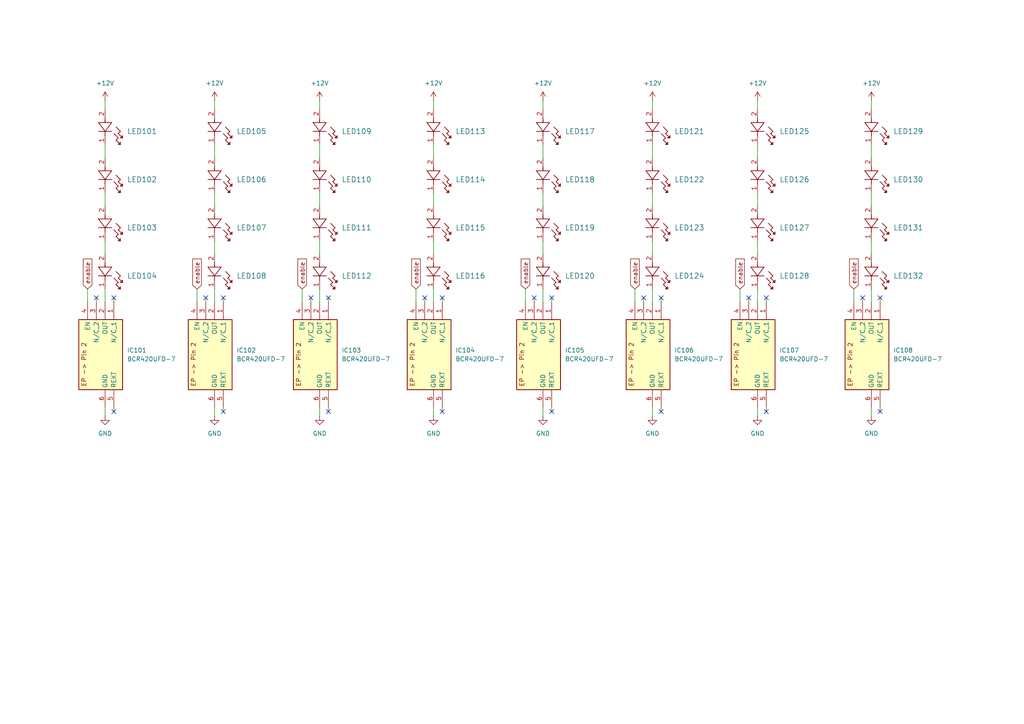
<source format=kicad_sch>
(kicad_sch (version 20250114) (generator "eeschema") (generator_version "9.0")
  (paper "A4")
  (lib_symbols
    (symbol "Projekt:KW_DELPS2.RA-TIVH-FK0PM0-Z555" (pin_names (offset 0.254))
      (property "Reference" "LED" (at 5.08 -4.445 0))
      (property "Value" "KW DELPS2.RA-TIVH-FK0PM0-Z555" (at 5.08 -7.62 0))
      (symbol "KW_DELPS2.RA-TIVH-FK0PM0-Z555_1_1"
        (polyline (pts (xy 2.54 0) (xy 3.4798 0)) (stroke (width 0.2032)))
        (polyline (pts (xy 3.175 0) (xy 3.81 0)) (stroke (width 0.2032)))
        (polyline (pts (xy 3.81 1.905) (xy 3.81 -1.905)) (stroke (width 0.2032)))
        (polyline (pts (xy 3.81 -1.905) (xy 6.35 0)) (stroke (width 0.2032)))
        (polyline (pts (xy 5.08 3.175) (xy 6.35 4.445)) (stroke (width 0.2032)))
        (polyline (pts (xy 6.35 4.445) (xy 6.985 3.81)) (stroke (width 0.2032)))
        (polyline (pts (xy 6.35 0) (xy 3.81 1.905)) (stroke (width 0.2032)))
        (polyline (pts (xy 6.35 0) (xy 7.62 0)) (stroke (width 0.2032)))
        (polyline (pts (xy 6.35 -1.905) (xy 6.35 1.905)) (stroke (width 0.2032)))
        (polyline (pts (xy 6.985 3.81) (xy 8.255 5.08)) (stroke (width 0.2032)))
        (polyline (pts (xy 6.985 2.54) (xy 8.255 3.81)) (stroke (width 0.2032)))
        (polyline (pts (xy 7.62 5.08) (xy 8.255 4.445)) (stroke (width 0.2032)))
        (polyline (pts (xy 8.255 5.08) (xy 7.62 5.08)) (stroke (width 0.2032)))
        (polyline (pts (xy 8.255 4.445) (xy 8.255 5.08)) (stroke (width 0.2032)))
        (polyline (pts (xy 8.255 3.81) (xy 8.89 3.175)) (stroke (width 0.2032)))
        (polyline (pts (xy 8.89 3.175) (xy 10.16 4.445)) (stroke (width 0.2032)))
        (polyline (pts (xy 9.525 4.445) (xy 10.16 3.81)) (stroke (width 0.2032)))
        (polyline (pts (xy 10.16 4.445) (xy 9.525 4.445)) (stroke (width 0.2032)))
        (polyline (pts (xy 10.16 3.81) (xy 10.16 4.445)) (stroke (width 0.2032)))
        (pin unspecified line (at 0 0 0) (length 2.54) (name "") (number "2"))
        (pin unspecified line (at 10.16 0 180) (length 2.54) (name "") (number "1"))
      )
      (symbol "KW_DELPS2.RA-TIVH-FK0PM0-Z555_1_2"
        (polyline (pts (xy -5.08 8.255) (xy -5.08 7.62)) (stroke (width 0.2032)))
        (polyline (pts (xy -5.08 7.62) (xy -4.445 8.255)) (stroke (width 0.2032)))
        (polyline (pts (xy -4.445 10.16) (xy -4.445 9.525)) (stroke (width 0.2032)))
        (polyline (pts (xy -4.445 9.525) (xy -3.81 10.16)) (stroke (width 0.2032)))
        (polyline (pts (xy -4.445 8.255) (xy -5.08 8.255)) (stroke (width 0.2032)))
        (polyline (pts (xy -4.445 6.35) (xy -3.81 6.985)) (stroke (width 0.2032)))
        (polyline (pts (xy -3.81 10.16) (xy -4.445 10.16)) (stroke (width 0.2032)))
        (polyline (pts (xy -3.81 8.255) (xy -3.175 8.89)) (stroke (width 0.2032)))
        (polyline (pts (xy -3.81 6.985) (xy -5.08 8.255)) (stroke (width 0.2032)))
        (polyline (pts (xy -3.175 8.89) (xy -4.445 10.16)) (stroke (width 0.2032)))
        (polyline (pts (xy -3.175 5.08) (xy -4.445 6.35)) (stroke (width 0.2032)))
        (polyline (pts (xy -2.54 6.985) (xy -3.81 8.255)) (stroke (width 0.2032)))
        (polyline (pts (xy -1.905 3.81) (xy 1.905 3.81)) (stroke (width 0.2032)))
        (polyline (pts (xy 0 6.35) (xy -1.905 3.81)) (stroke (width 0.2032)))
        (polyline (pts (xy 0 6.35) (xy 0 7.62)) (stroke (width 0.2032)))
        (polyline (pts (xy 0 3.175) (xy 0 3.81)) (stroke (width 0.2032)))
        (polyline (pts (xy 0 2.54) (xy 0 3.4798)) (stroke (width 0.2032)))
        (polyline (pts (xy 1.905 6.35) (xy -1.905 6.35)) (stroke (width 0.2032)))
        (polyline (pts (xy 1.905 3.81) (xy 0 6.35)) (stroke (width 0.2032)))
        (pin unspecified line (at 0 10.16 270) (length 2.54) (name "") (number "1"))
        (pin unspecified line (at 0 0 90) (length 2.54) (name "") (number "2"))
      )
    )
    (symbol "Treiber:BCR420UFD-7"
      (property "Reference" "IC" (at 26.67 7.62 0))
      (property "Value" "BCR420UFD-7" (at 26.67 5.08 0))
      (symbol "BCR420UFD-7_1_1"
        (rectangle (start 5.08 2.54) (end 25.4 -10.16) (stroke (width 0.254)) (fill (type background)))
        (text "EP -> Pin 2" (at 18.034 -8.636 0) (effects (font (size 1.27 1.27))))
        (pin passive line (at 0 0 0) (length 5.08) (name "N/C_1") (number "1"))
        (pin passive line (at 0 -2.54 0) (length 5.08) (name "OUT") (number "2"))
        (pin passive line (at 0 -5.08 0) (length 5.08) (name "N/C_2") (number "3"))
        (pin passive line (at 0 -7.62 0) (length 5.08) (name "EN") (number "4"))
        (pin passive line (at 30.48 0 180) (length 5.08) (name "REXT") (number "5"))
        (pin passive line (at 30.48 -2.54 180) (length 5.08) (name "GND") (number "6"))
      )
    )
    (symbol "power:+12V" (power) (pin_numbers (hide yes)) (pin_names (offset 0) (hide yes))
      (property "Value" "+12V" (at 0 3.556 0))
      (symbol "+12V_0_1"
        (polyline (pts (xy -0.762 1.27) (xy 0 2.54)))
        (polyline (pts (xy 0 2.54) (xy 0.762 1.27)))
        (polyline (pts (xy 0 0) (xy 0 2.54)))
      )
      (symbol "+12V_1_1"
        (pin power_in line (at 0 0 90) (length 0) (name "~") (number "1"))
      )
    )
    (symbol "power:GND" (power) (pin_numbers (hide yes)) (pin_names (offset 0) (hide yes))
      (property "Value" "GND" (at 0 -3.81 0))
      (symbol "GND_0_1"
        (polyline (pts (xy 0 0) (xy 0 -1.27) (xy 1.27 -1.27) (xy 0 -2.54) (xy -1.27 -1.27) (xy 0 -1.27)))
      )
      (symbol "GND_1_1"
        (pin power_in line (at 0 0 270) (length 0) (name "~") (number "1"))
      )
    )
  )
  (no_connect (at 154.94 86.36))
  (no_connect (at 255.27 119.38))
  (no_connect (at 160.02 86.36))
  (no_connect (at 27.94 86.36))
  (no_connect (at 191.77 86.36))
  (no_connect (at 64.77 119.38))
  (no_connect (at 64.77 86.36))
  (no_connect (at 191.77 119.38))
  (no_connect (at 160.02 119.38))
  (no_connect (at 33.02 119.38))
  (no_connect (at 186.69 86.36))
  (no_connect (at 222.25 119.38))
  (no_connect (at 90.17 86.36))
  (no_connect (at 123.19 86.36))
  (no_connect (at 250.19 86.36))
  (no_connect (at 217.17 86.36))
  (no_connect (at 128.27 86.36))
  (no_connect (at 95.25 86.36))
  (no_connect (at 95.25 119.38))
  (no_connect (at 33.02 86.36))
  (no_connect (at 59.69 86.36))
  (no_connect (at 128.27 119.38))
  (no_connect (at 222.25 86.36))
  (no_connect (at 255.27 86.36))
  (wire (pts (xy 219.71 55.88) (xy 219.71 59.69)))
  (wire (pts (xy 189.23 120.65) (xy 189.23 118.11)))
  (wire (pts (xy 30.48 87.63) (xy 30.48 83.82)))
  (wire (pts (xy 33.02 86.36) (xy 33.02 87.63)))
  (wire (pts (xy 255.27 86.36) (xy 255.27 87.63)))
  (wire (pts (xy 62.23 41.91) (xy 62.23 45.72)))
  (wire (pts (xy 252.73 120.65) (xy 252.73 118.11)))
  (wire (pts (xy 252.73 69.85) (xy 252.73 73.66)))
  (wire (pts (xy 62.23 120.65) (xy 62.23 118.11)))
  (wire (pts (xy 92.71 29.21) (xy 92.71 31.75)))
  (wire (pts (xy 30.48 69.85) (xy 30.48 73.66)))
  (wire (pts (xy 186.69 86.36) (xy 186.69 87.63)))
  (wire (pts (xy 217.17 86.36) (xy 217.17 87.63)))
  (wire (pts (xy 152.4 83.82) (xy 152.4 87.63)))
  (wire (pts (xy 62.23 87.63) (xy 62.23 83.82)))
  (wire (pts (xy 157.48 55.88) (xy 157.48 59.69)))
  (wire (pts (xy 123.19 86.36) (xy 123.19 87.63)))
  (wire (pts (xy 30.48 55.88) (xy 30.48 59.69)))
  (wire (pts (xy 191.77 86.36) (xy 191.77 87.63)))
  (wire (pts (xy 219.71 29.21) (xy 219.71 31.75)))
  (wire (pts (xy 33.02 119.38) (xy 33.02 118.11)))
  (wire (pts (xy 64.77 86.36) (xy 64.77 87.63)))
  (wire (pts (xy 250.19 86.36) (xy 250.19 87.63)))
  (wire (pts (xy 128.27 86.36) (xy 128.27 87.63)))
  (wire (pts (xy 255.27 119.38) (xy 255.27 118.11)))
  (wire (pts (xy 87.63 83.82) (xy 87.63 87.63)))
  (wire (pts (xy 92.71 87.63) (xy 92.71 83.82)))
  (wire (pts (xy 125.73 120.65) (xy 125.73 118.11)))
  (wire (pts (xy 95.25 119.38) (xy 95.25 118.11)))
  (wire (pts (xy 214.63 83.82) (xy 214.63 87.63)))
  (wire (pts (xy 90.17 86.36) (xy 90.17 87.63)))
  (wire (pts (xy 184.15 83.82) (xy 184.15 87.63)))
  (wire (pts (xy 157.48 120.65) (xy 157.48 118.11)))
  (wire (pts (xy 95.25 86.36) (xy 95.25 87.63)))
  (wire (pts (xy 219.71 120.65) (xy 219.71 118.11)))
  (wire (pts (xy 57.15 83.82) (xy 57.15 87.63)))
  (wire (pts (xy 219.71 41.91) (xy 219.71 45.72)))
  (wire (pts (xy 157.48 41.91) (xy 157.48 45.72)))
  (wire (pts (xy 125.73 29.21) (xy 125.73 31.75)))
  (wire (pts (xy 128.27 119.38) (xy 128.27 118.11)))
  (wire (pts (xy 125.73 55.88) (xy 125.73 59.69)))
  (wire (pts (xy 64.77 119.38) (xy 64.77 118.11)))
  (wire (pts (xy 189.23 41.91) (xy 189.23 45.72)))
  (wire (pts (xy 252.73 87.63) (xy 252.73 83.82)))
  (wire (pts (xy 247.65 83.82) (xy 247.65 87.63)))
  (wire (pts (xy 154.94 86.36) (xy 154.94 87.63)))
  (wire (pts (xy 59.69 86.36) (xy 59.69 87.63)))
  (wire (pts (xy 160.02 86.36) (xy 160.02 87.63)))
  (wire (pts (xy 252.73 55.88) (xy 252.73 59.69)))
  (wire (pts (xy 189.23 69.85) (xy 189.23 73.66)))
  (wire (pts (xy 125.73 87.63) (xy 125.73 83.82)))
  (wire (pts (xy 125.73 41.91) (xy 125.73 45.72)))
  (wire (pts (xy 30.48 41.91) (xy 30.48 45.72)))
  (wire (pts (xy 125.73 69.85) (xy 125.73 73.66)))
  (wire (pts (xy 62.23 29.21) (xy 62.23 31.75)))
  (wire (pts (xy 92.71 41.91) (xy 92.71 45.72)))
  (wire (pts (xy 189.23 55.88) (xy 189.23 59.69)))
  (wire (pts (xy 252.73 29.21) (xy 252.73 31.75)))
  (wire (pts (xy 62.23 69.85) (xy 62.23 73.66)))
  (wire (pts (xy 189.23 29.21) (xy 189.23 31.75)))
  (wire (pts (xy 25.4 83.82) (xy 25.4 87.63)))
  (wire (pts (xy 219.71 69.85) (xy 219.71 73.66)))
  (wire (pts (xy 157.48 87.63) (xy 157.48 83.82)))
  (wire (pts (xy 92.71 55.88) (xy 92.71 59.69)))
  (wire (pts (xy 92.71 69.85) (xy 92.71 73.66)))
  (wire (pts (xy 62.23 55.88) (xy 62.23 59.69)))
  (wire (pts (xy 252.73 41.91) (xy 252.73 45.72)))
  (wire (pts (xy 160.02 119.38) (xy 160.02 118.11)))
  (wire (pts (xy 92.71 120.65) (xy 92.71 118.11)))
  (wire (pts (xy 222.25 86.36) (xy 222.25 87.63)))
  (wire (pts (xy 30.48 120.65) (xy 30.48 118.11)))
  (wire (pts (xy 27.94 86.36) (xy 27.94 87.63)))
  (wire (pts (xy 189.23 87.63) (xy 189.23 83.82)))
  (wire (pts (xy 30.48 29.21) (xy 30.48 31.75)))
  (wire (pts (xy 120.65 83.82) (xy 120.65 87.63)))
  (wire (pts (xy 157.48 29.21) (xy 157.48 31.75)))
  (wire (pts (xy 219.71 87.63) (xy 219.71 83.82)))
  (wire (pts (xy 222.25 119.38) (xy 222.25 118.11)))
  (wire (pts (xy 157.48 69.85) (xy 157.48 73.66)))
  (wire (pts (xy 191.77 119.38) (xy 191.77 118.11)))
  (global_label "enable" (shape input) (at 184.15 83.82 90) (property "Intersheetrefs" "${INTERSHEET_REFS}" (effects (hide yes))))
  (global_label "enable" (shape input) (at 87.63 83.82 90) (property "Intersheetrefs" "${INTERSHEET_REFS}" (effects (hide yes))))
  (global_label "enable" (shape input) (at 247.65 83.82 90) (property "Intersheetrefs" "${INTERSHEET_REFS}" (effects (hide yes))))
  (global_label "enable" (shape input) (at 214.63 83.82 90) (property "Intersheetrefs" "${INTERSHEET_REFS}" (effects (hide yes))))
  (global_label "enable" (shape input) (at 120.65 83.82 90) (property "Intersheetrefs" "${INTERSHEET_REFS}" (effects (hide yes))))
  (global_label "enable" (shape input) (at 152.4 83.82 90) (property "Intersheetrefs" "${INTERSHEET_REFS}" (effects (hide yes))))
  (global_label "enable" (shape input) (at 25.4 83.82 90) (property "Intersheetrefs" "${INTERSHEET_REFS}" (effects (hide yes))))
  (global_label "enable" (shape input) (at 57.15 83.82 90) (property "Intersheetrefs" "${INTERSHEET_REFS}" (effects (hide yes))))
  (symbol (lib_id "Projekt:KW_DELPS2.RA-TIVH-FK0PM0-Z555") (at 252.73 59.69 270) (unit 1)
    (property "Reference" "LED131" (at 259.08 66.0399 90) (effects (font (size 1.524 1.524)) (justify left)))
    (property "Value" "KW DELPS2.RA-TIVH-FK0PM0-Z555" (effects (hide yes)))
    (property "Footprint" "LED_KW DELPS2.RA_OSR" (effects (hide yes)))
    (property "Datasheet" "KW DELPS2.RA-TIVH-FK0PM0-Z555" (effects (hide yes)))
    (property "Sim.Library" "Lib\\KW_DELPS2.RA.lib" (effects (hide yes)))
    (property "Sim.Name" "KW_DELPS2.RA_x25y27_typ" (effects (hide yes)))
    (property "Sim.Device" "D" (effects (hide yes)))
    (property "Sim.Pins" "1=A 2=K" (effects (hide yes)))
  )
  (symbol (lib_id "power:+12V") (at 252.73 29.21 0) (unit 1)
    (property "Reference" "#PWR0123" (effects (hide yes)))
    (property "Value" "+12V" (at 252.73 24.13 0))
    (property "Description" "Power symbol creates a global label with name \"+12V\"" (effects (hide yes)))
  )
  (symbol (lib_id "Treiber:BCR420UFD-7") (at 33.02 87.63 270) (unit 1)
    (property "Reference" "IC101" (at 36.83 101.5999 90) (effects (justify left)))
    (property "Value" "BCR420UFD-7" (at 36.83 104.1399 90) (effects (justify left)))
    (property "Footprint" "AP2301SN7" (effects (hide yes)))
    (property "Datasheet" "https://www.diodes.com//assets/Datasheets/BCR420UFD-BCR421UFD2.pdf" (effects (hide yes)))
    (property "Description" "Linear LED Driver 200mA 40V U-DFN2020-6" (effects (hide yes)))
    (property "Height" "0.63" (effects (hide yes)))
    (property "Mouser Part Number" "621-BCR420UFD-7" (effects (hide yes)))
    (property "Mouser Price/Stock" "https://www.mouser.co.uk/ProductDetail/Diodes-Incorporated/BCR420UFD-7?qs=5666Nh5RPmYf%2Flo2mZKyZA%3D%3D" (effects (hide yes)))
    (property "Manufacturer_Name" "Diodes Incorporated" (effects (hide yes)))
    (property "Manufacturer_Part_Number" "BCR420UFD-7" (effects (hide yes)))
    (property "Sim.Library" "Lib\\BCR420UFD.lib" (effects (hide yes)))
    (property "Sim.Name" "BCR420UFD" (effects (hide yes)))
    (property "Sim.Device" "SUBCKT" (effects (hide yes)))
    (property "Sim.Pins" "1=1 2=2 3=3 4=4 5=5 6=6" (effects (hide yes)))
  )
  (symbol (lib_id "power:+12V") (at 219.71 29.21 0) (unit 1)
    (property "Reference" "#PWR0120" (effects (hide yes)))
    (property "Value" "+12V" (at 219.71 24.13 0))
    (property "Description" "Power symbol creates a global label with name \"+12V\"" (effects (hide yes)))
  )
  (symbol (lib_id "Projekt:KW_DELPS2.RA-TIVH-FK0PM0-Z555") (at 92.71 59.69 270) (unit 1)
    (property "Reference" "LED111" (at 99.06 66.0399 90) (effects (font (size 1.524 1.524)) (justify left)))
    (property "Value" "${SIM.PARAMS}" (effects (hide yes)))
    (property "Footprint" "LED_KW DELPS2.RA_OSR" (effects (hide yes)))
    (property "Datasheet" "KW DELPS2.RA-TIVH-FK0PM0-Z555" (effects (hide yes)))
    (property "Sim.Device" "D" (effects (hide yes)))
    (property "Sim.Pins" "1=A 2=K" (effects (hide yes)))
    (property "Sim.Library" "Lib\\KW_DELPS2.RA.lib" (effects (hide yes)))
    (property "Sim.Name" "KW_DELPS2.RA_x25y27_typ" (effects (hide yes)))
  )
  (symbol (lib_id "Projekt:KW_DELPS2.RA-TIVH-FK0PM0-Z555") (at 30.48 73.66 270) (unit 1)
    (property "Reference" "LED104" (at 36.83 80.0099 90) (effects (font (size 1.524 1.524)) (justify left)))
    (property "Value" "${SIM.PARAMS}" (effects (hide yes)))
    (property "Footprint" "LED_KW DELPS2.RA_OSR" (effects (hide yes)))
    (property "Datasheet" "KW DELPS2.RA-TIVH-FK0PM0-Z555" (effects (hide yes)))
    (property "Sim.Device" "D" (effects (hide yes)))
    (property "Sim.Pins" "1=A 2=K" (effects (hide yes)))
    (property "Sim.Library" "Lib\\KW_DELPS2.RA.lib" (effects (hide yes)))
    (property "Sim.Name" "KW_DELPS2.RA_x25y27_typ" (effects (hide yes)))
  )
  (symbol (lib_id "Treiber:BCR420UFD-7") (at 222.25 87.63 270) (unit 1)
    (property "Reference" "IC107" (at 226.06 101.5999 90) (effects (justify left)))
    (property "Value" "BCR420UFD-7" (at 226.06 104.1399 90) (effects (justify left)))
    (property "Footprint" "AP2301SN7" (effects (hide yes)))
    (property "Datasheet" "https://www.diodes.com//assets/Datasheets/BCR420UFD-BCR421UFD2.pdf" (effects (hide yes)))
    (property "Description" "Linear LED Driver 200mA 40V U-DFN2020-6" (effects (hide yes)))
    (property "Height" "0.63" (effects (hide yes)))
    (property "Mouser Part Number" "621-BCR420UFD-7" (effects (hide yes)))
    (property "Mouser Price/Stock" "https://www.mouser.co.uk/ProductDetail/Diodes-Incorporated/BCR420UFD-7?qs=5666Nh5RPmYf%2Flo2mZKyZA%3D%3D" (effects (hide yes)))
    (property "Manufacturer_Name" "Diodes Incorporated" (effects (hide yes)))
    (property "Manufacturer_Part_Number" "BCR420UFD-7" (effects (hide yes)))
    (property "Sim.Library" "Lib\\BCR420UFD.lib" (effects (hide yes)))
    (property "Sim.Name" "BCR420UFD" (effects (hide yes)))
    (property "Sim.Device" "SUBCKT" (effects (hide yes)))
    (property "Sim.Pins" "1=1 2=2 3=3 4=4 5=5 6=6" (effects (hide yes)))
  )
  (symbol (lib_id "Projekt:KW_DELPS2.RA-TIVH-FK0PM0-Z555") (at 157.48 45.72 270) (unit 1)
    (property "Reference" "LED118" (at 163.83 52.0699 90) (effects (font (size 1.524 1.524)) (justify left)))
    (property "Value" "KW DELPS2.RA-TIVH-FK0PM0-Z555" (effects (hide yes)))
    (property "Footprint" "LED_KW DELPS2.RA_OSR" (effects (hide yes)))
    (property "Datasheet" "KW DELPS2.RA-TIVH-FK0PM0-Z555" (effects (hide yes)))
    (property "Sim.Library" "Lib\\KW_DELPS2.RA.lib" (effects (hide yes)))
    (property "Sim.Name" "KW_DELPS2.RA_x25y27_typ" (effects (hide yes)))
    (property "Sim.Device" "D" (effects (hide yes)))
    (property "Sim.Pins" "1=A 2=K" (effects (hide yes)))
  )
  (symbol (lib_id "Projekt:KW_DELPS2.RA-TIVH-FK0PM0-Z555") (at 252.73 45.72 270) (unit 1)
    (property "Reference" "LED130" (at 259.08 52.0699 90) (effects (font (size 1.524 1.524)) (justify left)))
    (property "Value" "KW DELPS2.RA-TIVH-FK0PM0-Z555" (effects (hide yes)))
    (property "Footprint" "LED_KW DELPS2.RA_OSR" (effects (hide yes)))
    (property "Datasheet" "KW DELPS2.RA-TIVH-FK0PM0-Z555" (effects (hide yes)))
    (property "Sim.Library" "Lib\\KW_DELPS2.RA.lib" (effects (hide yes)))
    (property "Sim.Name" "KW_DELPS2.RA_x25y27_typ" (effects (hide yes)))
    (property "Sim.Device" "D" (effects (hide yes)))
    (property "Sim.Pins" "1=A 2=K" (effects (hide yes)))
  )
  (symbol (lib_id "Projekt:KW_DELPS2.RA-TIVH-FK0PM0-Z555") (at 252.73 31.75 270) (unit 1)
    (property "Reference" "LED129" (at 259.08 38.0999 90) (effects (font (size 1.524 1.524)) (justify left)))
    (property "Value" "KW DELPS2.RA-TIVH-FK0PM0-Z555" (effects (hide yes)))
    (property "Footprint" "LED_KW DELPS2.RA_OSR" (effects (hide yes)))
    (property "Datasheet" "KW DELPS2.RA-TIVH-FK0PM0-Z555" (effects (hide yes)))
    (property "Sim.Library" "Lib\\KW_DELPS2.RA.lib" (effects (hide yes)))
    (property "Sim.Name" "KW_DELPS2.RA_x25y27_typ" (effects (hide yes)))
    (property "Sim.Device" "D" (effects (hide yes)))
    (property "Sim.Pins" "1=A 2=K" (effects (hide yes)))
  )
  (symbol (lib_id "power:GND") (at 219.71 120.65 0) (unit 1)
    (property "Reference" "#PWR0121" (effects (hide yes)))
    (property "Value" "GND" (at 219.71 125.73 0))
    (property "Description" "Power symbol creates a global label with name \"GND\" , ground" (effects (hide yes)))
  )
  (symbol (lib_id "Treiber:BCR420UFD-7") (at 95.25 87.63 270) (unit 1)
    (property "Reference" "IC103" (at 99.06 101.5999 90) (effects (justify left)))
    (property "Value" "BCR420UFD-7" (at 99.06 104.1399 90) (effects (justify left)))
    (property "Footprint" "AP2301SN7" (effects (hide yes)))
    (property "Datasheet" "https://www.diodes.com//assets/Datasheets/BCR420UFD-BCR421UFD2.pdf" (effects (hide yes)))
    (property "Description" "Linear LED Driver 200mA 40V U-DFN2020-6" (effects (hide yes)))
    (property "Height" "0.63" (effects (hide yes)))
    (property "Mouser Part Number" "621-BCR420UFD-7" (effects (hide yes)))
    (property "Mouser Price/Stock" "https://www.mouser.co.uk/ProductDetail/Diodes-Incorporated/BCR420UFD-7?qs=5666Nh5RPmYf%2Flo2mZKyZA%3D%3D" (effects (hide yes)))
    (property "Manufacturer_Name" "Diodes Incorporated" (effects (hide yes)))
    (property "Manufacturer_Part_Number" "BCR420UFD-7" (effects (hide yes)))
    (property "Sim.Library" "Lib\\BCR420UFD.lib" (effects (hide yes)))
    (property "Sim.Name" "BCR420UFD" (effects (hide yes)))
    (property "Sim.Device" "SUBCKT" (effects (hide yes)))
    (property "Sim.Pins" "1=1 2=2 3=3 4=4 5=5 6=6" (effects (hide yes)))
  )
  (symbol (lib_id "power:+12V") (at 157.48 29.21 0) (unit 1)
    (property "Reference" "#PWR0114" (effects (hide yes)))
    (property "Value" "+12V" (at 157.48 24.13 0))
    (property "Description" "Power symbol creates a global label with name \"+12V\"" (effects (hide yes)))
  )
  (symbol (lib_id "Projekt:KW_DELPS2.RA-TIVH-FK0PM0-Z555") (at 125.73 73.66 270) (unit 1)
    (property "Reference" "LED116" (at 132.08 80.0099 90) (effects (font (size 1.524 1.524)) (justify left)))
    (property "Value" "${SIM.PARAMS}" (effects (hide yes)))
    (property "Footprint" "LED_KW DELPS2.RA_OSR" (effects (hide yes)))
    (property "Datasheet" "KW DELPS2.RA-TIVH-FK0PM0-Z555" (effects (hide yes)))
    (property "Sim.Device" "D" (effects (hide yes)))
    (property "Sim.Pins" "1=A 2=K" (effects (hide yes)))
    (property "Sim.Library" "Lib\\KW_DELPS2.RA.lib" (effects (hide yes)))
    (property "Sim.Name" "KW_DELPS2.RA_x25y27_typ" (effects (hide yes)))
  )
  (symbol (lib_id "power:+12V") (at 125.73 29.21 0) (unit 1)
    (property "Reference" "#PWR0111" (effects (hide yes)))
    (property "Value" "+12V" (at 125.73 24.13 0))
    (property "Description" "Power symbol creates a global label with name \"+12V\"" (effects (hide yes)))
  )
  (symbol (lib_id "power:GND") (at 157.48 120.65 0) (unit 1)
    (property "Reference" "#PWR0115" (effects (hide yes)))
    (property "Value" "GND" (at 157.48 125.73 0))
    (property "Description" "Power symbol creates a global label with name \"GND\" , ground" (effects (hide yes)))
  )
  (symbol (lib_id "Projekt:KW_DELPS2.RA-TIVH-FK0PM0-Z555") (at 62.23 59.69 270) (unit 1)
    (property "Reference" "LED107" (at 68.58 66.0399 90) (effects (font (size 1.524 1.524)) (justify left)))
    (property "Value" "${SIM.PARAMS}" (effects (hide yes)))
    (property "Footprint" "LED_KW DELPS2.RA_OSR" (effects (hide yes)))
    (property "Datasheet" "KW DELPS2.RA-TIVH-FK0PM0-Z555" (effects (hide yes)))
    (property "Sim.Device" "D" (effects (hide yes)))
    (property "Sim.Pins" "1=A 2=K" (effects (hide yes)))
    (property "Sim.Library" "Lib\\KW_DELPS2.RA.lib" (effects (hide yes)))
    (property "Sim.Name" "KW_DELPS2.RA_x25y27_typ" (effects (hide yes)))
  )
  (symbol (lib_id "Treiber:BCR420UFD-7") (at 255.27 87.63 270) (unit 1)
    (property "Reference" "IC108" (at 259.08 101.5999 90) (effects (justify left)))
    (property "Value" "BCR420UFD-7" (at 259.08 104.1399 90) (effects (justify left)))
    (property "Footprint" "AP2301SN7" (effects (hide yes)))
    (property "Datasheet" "https://www.diodes.com//assets/Datasheets/BCR420UFD-BCR421UFD2.pdf" (effects (hide yes)))
    (property "Description" "Linear LED Driver 200mA 40V U-DFN2020-6" (effects (hide yes)))
    (property "Height" "0.63" (effects (hide yes)))
    (property "Mouser Part Number" "621-BCR420UFD-7" (effects (hide yes)))
    (property "Mouser Price/Stock" "https://www.mouser.co.uk/ProductDetail/Diodes-Incorporated/BCR420UFD-7?qs=5666Nh5RPmYf%2Flo2mZKyZA%3D%3D" (effects (hide yes)))
    (property "Manufacturer_Name" "Diodes Incorporated" (effects (hide yes)))
    (property "Manufacturer_Part_Number" "BCR420UFD-7" (effects (hide yes)))
    (property "Sim.Library" "Lib\\BCR420UFD.lib" (effects (hide yes)))
    (property "Sim.Name" "BCR420UFD" (effects (hide yes)))
    (property "Sim.Device" "SUBCKT" (effects (hide yes)))
    (property "Sim.Pins" "1=1 2=2 3=3 4=4 5=5 6=6" (effects (hide yes)))
  )
  (symbol (lib_id "power:+12V") (at 30.48 29.21 0) (unit 1)
    (property "Reference" "#PWR0107" (effects (hide yes)))
    (property "Value" "+12V" (at 30.48 24.13 0))
    (property "Description" "Power symbol creates a global label with name \"+12V\"" (effects (hide yes)))
  )
  (symbol (lib_id "Projekt:KW_DELPS2.RA-TIVH-FK0PM0-Z555") (at 189.23 45.72 270) (unit 1)
    (property "Reference" "LED122" (at 195.58 52.0699 90) (effects (font (size 1.524 1.524)) (justify left)))
    (property "Value" "KW DELPS2.RA-TIVH-FK0PM0-Z555" (effects (hide yes)))
    (property "Footprint" "LED_KW DELPS2.RA_OSR" (effects (hide yes)))
    (property "Datasheet" "KW DELPS2.RA-TIVH-FK0PM0-Z555" (effects (hide yes)))
    (property "Sim.Library" "Lib\\KW_DELPS2.RA.lib" (effects (hide yes)))
    (property "Sim.Name" "KW_DELPS2.RA_x25y27_typ" (effects (hide yes)))
    (property "Sim.Device" "D" (effects (hide yes)))
    (property "Sim.Pins" "1=A 2=K" (effects (hide yes)))
  )
  (symbol (lib_id "power:GND") (at 92.71 120.65 0) (unit 1)
    (property "Reference" "#PWR0109" (effects (hide yes)))
    (property "Value" "GND" (at 92.71 125.73 0))
    (property "Description" "Power symbol creates a global label with name \"GND\" , ground" (effects (hide yes)))
  )
  (symbol (lib_id "Projekt:KW_DELPS2.RA-TIVH-FK0PM0-Z555") (at 62.23 31.75 270) (unit 1)
    (property "Reference" "LED105" (at 68.58 38.0999 90) (effects (font (size 1.524 1.524)) (justify left)))
    (property "Value" "${SIM.PARAMS}" (effects (hide yes)))
    (property "Footprint" "LED_KW DELPS2.RA_OSR" (effects (hide yes)))
    (property "Datasheet" "KW DELPS2.RA-TIVH-FK0PM0-Z555" (effects (hide yes)))
    (property "Sim.Device" "D" (effects (hide yes)))
    (property "Sim.Pins" "1=A 2=K" (effects (hide yes)))
    (property "Sim.Library" "Lib\\KW_DELPS2.RA.lib" (effects (hide yes)))
    (property "Sim.Name" "KW_DELPS2.RA_x25y27_typ" (effects (hide yes)))
  )
  (symbol (lib_id "Projekt:KW_DELPS2.RA-TIVH-FK0PM0-Z555") (at 189.23 59.69 270) (unit 1)
    (property "Reference" "LED123" (at 195.58 66.0399 90) (effects (font (size 1.524 1.524)) (justify left)))
    (property "Value" "KW DELPS2.RA-TIVH-FK0PM0-Z555" (effects (hide yes)))
    (property "Footprint" "LED_KW DELPS2.RA_OSR" (effects (hide yes)))
    (property "Datasheet" "KW DELPS2.RA-TIVH-FK0PM0-Z555" (effects (hide yes)))
    (property "Sim.Library" "Lib\\KW_DELPS2.RA.lib" (effects (hide yes)))
    (property "Sim.Name" "KW_DELPS2.RA_x25y27_typ" (effects (hide yes)))
    (property "Sim.Device" "D" (effects (hide yes)))
    (property "Sim.Pins" "1=A 2=K" (effects (hide yes)))
  )
  (symbol (lib_id "Projekt:KW_DELPS2.RA-TIVH-FK0PM0-Z555") (at 189.23 73.66 270) (unit 1)
    (property "Reference" "LED124" (at 195.58 80.0099 90) (effects (font (size 1.524 1.524)) (justify left)))
    (property "Value" "KW DELPS2.RA-TIVH-FK0PM0-Z555" (effects (hide yes)))
    (property "Footprint" "LED_KW DELPS2.RA_OSR" (effects (hide yes)))
    (property "Datasheet" "KW DELPS2.RA-TIVH-FK0PM0-Z555" (effects (hide yes)))
    (property "Sim.Library" "Lib\\KW_DELPS2.RA.lib" (effects (hide yes)))
    (property "Sim.Name" "KW_DELPS2.RA_x25y27_typ" (effects (hide yes)))
    (property "Sim.Device" "D" (effects (hide yes)))
    (property "Sim.Pins" "1=A 2=K" (effects (hide yes)))
  )
  (symbol (lib_id "power:GND") (at 252.73 120.65 0) (unit 1)
    (property "Reference" "#PWR0124" (effects (hide yes)))
    (property "Value" "GND" (at 252.73 125.73 0))
    (property "Description" "Power symbol creates a global label with name \"GND\" , ground" (effects (hide yes)))
  )
  (symbol (lib_id "Projekt:KW_DELPS2.RA-TIVH-FK0PM0-Z555") (at 157.48 31.75 270) (unit 1)
    (property "Reference" "LED117" (at 163.83 38.0999 90) (effects (font (size 1.524 1.524)) (justify left)))
    (property "Value" "KW DELPS2.RA-TIVH-FK0PM0-Z555" (effects (hide yes)))
    (property "Footprint" "LED_KW DELPS2.RA_OSR" (effects (hide yes)))
    (property "Datasheet" "KW DELPS2.RA-TIVH-FK0PM0-Z555" (effects (hide yes)))
    (property "Sim.Library" "Lib\\KW_DELPS2.RA.lib" (effects (hide yes)))
    (property "Sim.Name" "KW_DELPS2.RA_x25y27_typ" (effects (hide yes)))
    (property "Sim.Device" "D" (effects (hide yes)))
    (property "Sim.Pins" "1=A 2=K" (effects (hide yes)))
  )
  (symbol (lib_id "Projekt:KW_DELPS2.RA-TIVH-FK0PM0-Z555") (at 125.73 59.69 270) (unit 1)
    (property "Reference" "LED115" (at 132.08 66.0399 90) (effects (font (size 1.524 1.524)) (justify left)))
    (property "Value" "KW DELPS2.RA-TIVH-FK0PM0-Z555" (effects (hide yes)))
    (property "Footprint" "LED_KW DELPS2.RA_OSR" (effects (hide yes)))
    (property "Datasheet" "KW DELPS2.RA-TIVH-FK0PM0-Z555" (effects (hide yes)))
    (property "Sim.Library" "Lib\\KW_DELPS2.RA.lib" (effects (hide yes)))
    (property "Sim.Name" "KW_DELPS2.RA_x25y27_typ" (effects (hide yes)))
    (property "Sim.Device" "D" (effects (hide yes)))
    (property "Sim.Pins" "1=A 2=K" (effects (hide yes)))
  )
  (symbol (lib_id "power:GND") (at 189.23 120.65 0) (unit 1)
    (property "Reference" "#PWR0118" (effects (hide yes)))
    (property "Value" "GND" (at 189.23 125.73 0))
    (property "Description" "Power symbol creates a global label with name \"GND\" , ground" (effects (hide yes)))
  )
  (symbol (lib_id "Projekt:KW_DELPS2.RA-TIVH-FK0PM0-Z555") (at 219.71 73.66 270) (unit 1)
    (property "Reference" "LED128" (at 226.06 80.0099 90) (effects (font (size 1.524 1.524)) (justify left)))
    (property "Value" "KW DELPS2.RA-TIVH-FK0PM0-Z555" (effects (hide yes)))
    (property "Footprint" "LED_KW DELPS2.RA_OSR" (effects (hide yes)))
    (property "Datasheet" "KW DELPS2.RA-TIVH-FK0PM0-Z555" (effects (hide yes)))
    (property "Sim.Library" "Lib\\KW_DELPS2.RA.lib" (effects (hide yes)))
    (property "Sim.Name" "KW_DELPS2.RA_x25y27_typ" (effects (hide yes)))
    (property "Sim.Device" "D" (effects (hide yes)))
    (property "Sim.Pins" "1=A 2=K" (effects (hide yes)))
  )
  (symbol (lib_id "power:+12V") (at 189.23 29.21 0) (unit 1)
    (property "Reference" "#PWR0117" (effects (hide yes)))
    (property "Value" "+12V" (at 189.23 24.13 0))
    (property "Description" "Power symbol creates a global label with name \"+12V\"" (effects (hide yes)))
  )
  (symbol (lib_id "power:GND") (at 30.48 120.65 0) (unit 1)
    (property "Reference" "#PWR0110" (effects (hide yes)))
    (property "Value" "GND" (at 30.48 125.73 0))
    (property "Description" "Power symbol creates a global label with name \"GND\" , ground" (effects (hide yes)))
  )
  (symbol (lib_id "Treiber:BCR420UFD-7") (at 191.77 87.63 270) (unit 1)
    (property "Reference" "IC106" (at 195.58 101.5999 90) (effects (justify left)))
    (property "Value" "BCR420UFD-7" (at 195.58 104.1399 90) (effects (justify left)))
    (property "Footprint" "AP2301SN7" (effects (hide yes)))
    (property "Datasheet" "https://www.diodes.com//assets/Datasheets/BCR420UFD-BCR421UFD2.pdf" (effects (hide yes)))
    (property "Description" "Linear LED Driver 200mA 40V U-DFN2020-6" (effects (hide yes)))
    (property "Height" "0.63" (effects (hide yes)))
    (property "Mouser Part Number" "621-BCR420UFD-7" (effects (hide yes)))
    (property "Mouser Price/Stock" "https://www.mouser.co.uk/ProductDetail/Diodes-Incorporated/BCR420UFD-7?qs=5666Nh5RPmYf%2Flo2mZKyZA%3D%3D" (effects (hide yes)))
    (property "Manufacturer_Name" "Diodes Incorporated" (effects (hide yes)))
    (property "Manufacturer_Part_Number" "BCR420UFD-7" (effects (hide yes)))
    (property "Sim.Library" "Lib\\BCR420UFD.lib" (effects (hide yes)))
    (property "Sim.Name" "BCR420UFD" (effects (hide yes)))
    (property "Sim.Device" "SUBCKT" (effects (hide yes)))
    (property "Sim.Pins" "1=1 2=2 3=3 4=4 5=5 6=6" (effects (hide yes)))
  )
  (symbol (lib_id "Projekt:KW_DELPS2.RA-TIVH-FK0PM0-Z555") (at 219.71 45.72 270) (unit 1)
    (property "Reference" "LED126" (at 226.06 52.0699 90) (effects (font (size 1.524 1.524)) (justify left)))
    (property "Value" "KW DELPS2.RA-TIVH-FK0PM0-Z555" (effects (hide yes)))
    (property "Footprint" "LED_KW DELPS2.RA_OSR" (effects (hide yes)))
    (property "Datasheet" "KW DELPS2.RA-TIVH-FK0PM0-Z555" (effects (hide yes)))
    (property "Sim.Library" "Lib\\KW_DELPS2.RA.lib" (effects (hide yes)))
    (property "Sim.Name" "KW_DELPS2.RA_x25y27_typ" (effects (hide yes)))
    (property "Sim.Device" "D" (effects (hide yes)))
    (property "Sim.Pins" "1=A 2=K" (effects (hide yes)))
  )
  (symbol (lib_id "Projekt:KW_DELPS2.RA-TIVH-FK0PM0-Z555") (at 219.71 31.75 270) (unit 1)
    (property "Reference" "LED125" (at 226.06 38.0999 90) (effects (font (size 1.524 1.524)) (justify left)))
    (property "Value" "KW DELPS2.RA-TIVH-FK0PM0-Z555" (effects (hide yes)))
    (property "Footprint" "LED_KW DELPS2.RA_OSR" (effects (hide yes)))
    (property "Datasheet" "KW DELPS2.RA-TIVH-FK0PM0-Z555" (effects (hide yes)))
    (property "Sim.Library" "Lib\\KW_DELPS2.RA.lib" (effects (hide yes)))
    (property "Sim.Name" "KW_DELPS2.RA_x25y27_typ" (effects (hide yes)))
    (property "Sim.Device" "D" (effects (hide yes)))
    (property "Sim.Pins" "1=A 2=K" (effects (hide yes)))
  )
  (symbol (lib_id "power:+12V") (at 62.23 29.21 0) (unit 1)
    (property "Reference" "#PWR0105" (effects (hide yes)))
    (property "Value" "+12V" (at 62.23 24.13 0))
    (property "Description" "Power symbol creates a global label with name \"+12V\"" (effects (hide yes)))
  )
  (symbol (lib_id "Projekt:KW_DELPS2.RA-TIVH-FK0PM0-Z555") (at 157.48 59.69 270) (unit 1)
    (property "Reference" "LED119" (at 163.83 66.0399 90) (effects (font (size 1.524 1.524)) (justify left)))
    (property "Value" "KW DELPS2.RA-TIVH-FK0PM0-Z555" (effects (hide yes)))
    (property "Footprint" "LED_KW DELPS2.RA_OSR" (effects (hide yes)))
    (property "Datasheet" "KW DELPS2.RA-TIVH-FK0PM0-Z555" (effects (hide yes)))
    (property "Sim.Library" "Lib\\KW_DELPS2.RA.lib" (effects (hide yes)))
    (property "Sim.Name" "KW_DELPS2.RA_x25y27_typ" (effects (hide yes)))
    (property "Sim.Device" "D" (effects (hide yes)))
    (property "Sim.Pins" "1=A 2=K" (effects (hide yes)))
  )
  (symbol (lib_id "Projekt:KW_DELPS2.RA-TIVH-FK0PM0-Z555") (at 157.48 73.66 270) (unit 1)
    (property "Reference" "LED120" (at 163.83 80.0099 90) (effects (font (size 1.524 1.524)) (justify left)))
    (property "Value" "KW DELPS2.RA-TIVH-FK0PM0-Z555" (effects (hide yes)))
    (property "Footprint" "LED_KW DELPS2.RA_OSR" (effects (hide yes)))
    (property "Datasheet" "KW DELPS2.RA-TIVH-FK0PM0-Z555" (effects (hide yes)))
    (property "Sim.Library" "Lib\\KW_DELPS2.RA.lib" (effects (hide yes)))
    (property "Sim.Name" "KW_DELPS2.RA_x25y27_typ" (effects (hide yes)))
    (property "Sim.Device" "D" (effects (hide yes)))
    (property "Sim.Pins" "1=A 2=K" (effects (hide yes)))
  )
  (symbol (lib_id "Projekt:KW_DELPS2.RA-TIVH-FK0PM0-Z555") (at 252.73 73.66 270) (unit 1)
    (property "Reference" "LED132" (at 259.08 80.0099 90) (effects (font (size 1.524 1.524)) (justify left)))
    (property "Value" "KW DELPS2.RA-TIVH-FK0PM0-Z555" (effects (hide yes)))
    (property "Footprint" "LED_KW DELPS2.RA_OSR" (effects (hide yes)))
    (property "Datasheet" "KW DELPS2.RA-TIVH-FK0PM0-Z555" (effects (hide yes)))
    (property "Sim.Library" "Lib\\KW_DELPS2.RA.lib" (effects (hide yes)))
    (property "Sim.Name" "KW_DELPS2.RA_x25y27_typ" (effects (hide yes)))
    (property "Sim.Device" "D" (effects (hide yes)))
    (property "Sim.Pins" "1=A 2=K" (effects (hide yes)))
  )
  (symbol (lib_id "Projekt:KW_DELPS2.RA-TIVH-FK0PM0-Z555") (at 189.23 31.75 270) (unit 1)
    (property "Reference" "LED121" (at 195.58 38.0999 90) (effects (font (size 1.524 1.524)) (justify left)))
    (property "Value" "KW DELPS2.RA-TIVH-FK0PM0-Z555" (effects (hide yes)))
    (property "Footprint" "LED_KW DELPS2.RA_OSR" (effects (hide yes)))
    (property "Datasheet" "KW DELPS2.RA-TIVH-FK0PM0-Z555" (effects (hide yes)))
    (property "Sim.Library" "Lib\\KW_DELPS2.RA.lib" (effects (hide yes)))
    (property "Sim.Name" "KW_DELPS2.RA_x25y27_typ" (effects (hide yes)))
    (property "Sim.Device" "D" (effects (hide yes)))
    (property "Sim.Pins" "1=A 2=K" (effects (hide yes)))
  )
  (symbol (lib_id "Projekt:KW_DELPS2.RA-TIVH-FK0PM0-Z555") (at 30.48 31.75 270) (unit 1)
    (property "Reference" "LED101" (at 36.83 38.0999 90) (effects (font (size 1.524 1.524)) (justify left)))
    (property "Value" "${SIM.PARAMS}" (effects (hide yes)))
    (property "Footprint" "LED_KW DELPS2.RA_OSR" (effects (hide yes)))
    (property "Datasheet" "KW DELPS2.RA-TIVH-FK0PM0-Z555" (effects (hide yes)))
    (property "Sim.Device" "D" (effects (hide yes)))
    (property "Sim.Pins" "1=A 2=K" (effects (hide yes)))
    (property "Sim.Library" "Lib\\KW_DELPS2.RA.lib" (effects (hide yes)))
    (property "Sim.Name" "KW_DELPS2.RA_x25y27_typ" (effects (hide yes)))
  )
  (symbol (lib_id "power:GND") (at 125.73 120.65 0) (unit 1)
    (property "Reference" "#PWR0112" (effects (hide yes)))
    (property "Value" "GND" (at 125.73 125.73 0))
    (property "Description" "Power symbol creates a global label with name \"GND\" , ground" (effects (hide yes)))
  )
  (symbol (lib_id "Projekt:KW_DELPS2.RA-TIVH-FK0PM0-Z555") (at 125.73 31.75 270) (unit 1)
    (property "Reference" "LED113" (at 132.08 38.0999 90) (effects (font (size 1.524 1.524)) (justify left)))
    (property "Value" "KW DELPS2.RA-TIVH-FK0PM0-Z555" (effects (hide yes)))
    (property "Footprint" "LED_KW DELPS2.RA_OSR" (effects (hide yes)))
    (property "Datasheet" "KW DELPS2.RA-TIVH-FK0PM0-Z555" (effects (hide yes)))
    (property "Sim.Library" "Lib\\KW_DELPS2.RA.lib" (effects (hide yes)))
    (property "Sim.Name" "KW_DELPS2.RA_x25y27_typ" (effects (hide yes)))
    (property "Sim.Device" "D" (effects (hide yes)))
    (property "Sim.Pins" "1=A 2=K" (effects (hide yes)))
  )
  (symbol (lib_id "Projekt:KW_DELPS2.RA-TIVH-FK0PM0-Z555") (at 92.71 73.66 270) (unit 1)
    (property "Reference" "LED112" (at 99.06 80.0099 90) (effects (font (size 1.524 1.524)) (justify left)))
    (property "Value" "${SIM.PARAMS}" (effects (hide yes)))
    (property "Footprint" "LED_KW DELPS2.RA_OSR" (effects (hide yes)))
    (property "Datasheet" "KW DELPS2.RA-TIVH-FK0PM0-Z555" (effects (hide yes)))
    (property "Sim.Device" "D" (effects (hide yes)))
    (property "Sim.Pins" "1=A 2=K" (effects (hide yes)))
    (property "Sim.Library" "Lib\\KW_DELPS2.RA.lib" (effects (hide yes)))
    (property "Sim.Name" "KW_DELPS2.RA_x25y27_typ" (effects (hide yes)))
  )
  (symbol (lib_id "Projekt:KW_DELPS2.RA-TIVH-FK0PM0-Z555") (at 125.73 45.72 270) (unit 1)
    (property "Reference" "LED114" (at 132.08 52.0699 90) (effects (font (size 1.524 1.524)) (justify left)))
    (property "Value" "KW DELPS2.RA-TIVH-FK0PM0-Z555" (effects (hide yes)))
    (property "Footprint" "LED_KW DELPS2.RA_OSR" (effects (hide yes)))
    (property "Datasheet" "KW DELPS2.RA-TIVH-FK0PM0-Z555" (effects (hide yes)))
    (property "Sim.Library" "Lib\\KW_DELPS2.RA.lib" (effects (hide yes)))
    (property "Sim.Name" "KW_DELPS2.RA_x25y27_typ" (effects (hide yes)))
    (property "Sim.Device" "D" (effects (hide yes)))
    (property "Sim.Pins" "1=A 2=K" (effects (hide yes)))
  )
  (symbol (lib_id "Treiber:BCR420UFD-7") (at 128.27 87.63 270) (unit 1)
    (property "Reference" "IC104" (at 132.08 101.5999 90) (effects (justify left)))
    (property "Value" "BCR420UFD-7" (at 132.08 104.1399 90) (effects (justify left)))
    (property "Footprint" "AP2301SN7" (effects (hide yes)))
    (property "Datasheet" "https://www.diodes.com//assets/Datasheets/BCR420UFD-BCR421UFD2.pdf" (effects (hide yes)))
    (property "Description" "Linear LED Driver 200mA 40V U-DFN2020-6" (effects (hide yes)))
    (property "Height" "0.63" (effects (hide yes)))
    (property "Mouser Part Number" "621-BCR420UFD-7" (effects (hide yes)))
    (property "Mouser Price/Stock" "https://www.mouser.co.uk/ProductDetail/Diodes-Incorporated/BCR420UFD-7?qs=5666Nh5RPmYf%2Flo2mZKyZA%3D%3D" (effects (hide yes)))
    (property "Manufacturer_Name" "Diodes Incorporated" (effects (hide yes)))
    (property "Manufacturer_Part_Number" "BCR420UFD-7" (effects (hide yes)))
    (property "Sim.Library" "Lib\\BCR420UFD.lib" (effects (hide yes)))
    (property "Sim.Name" "BCR420UFD" (effects (hide yes)))
    (property "Sim.Device" "SUBCKT" (effects (hide yes)))
    (property "Sim.Pins" "1=1 2=2 3=3 4=4 5=5 6=6" (effects (hide yes)))
  )
  (symbol (lib_id "Projekt:KW_DELPS2.RA-TIVH-FK0PM0-Z555") (at 92.71 45.72 270) (unit 1)
    (property "Reference" "LED110" (at 99.06 52.0699 90) (effects (font (size 1.524 1.524)) (justify left)))
    (property "Value" "${SIM.PARAMS}" (effects (hide yes)))
    (property "Footprint" "LED_KW DELPS2.RA_OSR" (effects (hide yes)))
    (property "Datasheet" "KW DELPS2.RA-TIVH-FK0PM0-Z555" (effects (hide yes)))
    (property "Sim.Device" "D" (effects (hide yes)))
    (property "Sim.Pins" "1=A 2=K" (effects (hide yes)))
    (property "Sim.Library" "Lib\\KW_DELPS2.RA.lib" (effects (hide yes)))
    (property "Sim.Name" "KW_DELPS2.RA_x25y27_typ" (effects (hide yes)))
  )
  (symbol (lib_id "Projekt:KW_DELPS2.RA-TIVH-FK0PM0-Z555") (at 92.71 31.75 270) (unit 1)
    (property "Reference" "LED109" (at 99.06 38.0999 90) (effects (font (size 1.524 1.524)) (justify left)))
    (property "Value" "${SIM.PARAMS}" (effects (hide yes)))
    (property "Footprint" "LED_KW DELPS2.RA_OSR" (effects (hide yes)))
    (property "Datasheet" "KW DELPS2.RA-TIVH-FK0PM0-Z555" (effects (hide yes)))
    (property "Sim.Device" "D" (effects (hide yes)))
    (property "Sim.Pins" "1=A 2=K" (effects (hide yes)))
    (property "Sim.Library" "Lib\\KW_DELPS2.RA.lib" (effects (hide yes)))
    (property "Sim.Name" "KW_DELPS2.RA_x25y27_typ" (effects (hide yes)))
  )
  (symbol (lib_id "Projekt:KW_DELPS2.RA-TIVH-FK0PM0-Z555") (at 30.48 59.69 270) (unit 1)
    (property "Reference" "LED103" (at 36.83 66.0399 90) (effects (font (size 1.524 1.524)) (justify left)))
    (property "Value" "${SIM.PARAMS}" (effects (hide yes)))
    (property "Footprint" "LED_KW DELPS2.RA_OSR" (effects (hide yes)))
    (property "Datasheet" "KW DELPS2.RA-TIVH-FK0PM0-Z555" (effects (hide yes)))
    (property "Sim.Device" "D" (effects (hide yes)))
    (property "Sim.Pins" "1=A 2=K" (effects (hide yes)))
    (property "Sim.Library" "Lib\\KW_DELPS2.RA.lib" (effects (hide yes)))
    (property "Sim.Name" "KW_DELPS2.RA_x25y27_typ" (effects (hide yes)))
  )
  (symbol (lib_id "Treiber:BCR420UFD-7") (at 64.77 87.63 270) (unit 1)
    (property "Reference" "IC102" (at 68.58 101.5999 90) (effects (justify left)))
    (property "Value" "BCR420UFD-7" (at 68.58 104.1399 90) (effects (justify left)))
    (property "Footprint" "AP2301SN7" (effects (hide yes)))
    (property "Datasheet" "https://www.diodes.com//assets/Datasheets/BCR420UFD-BCR421UFD2.pdf" (effects (hide yes)))
    (property "Description" "Linear LED Driver 200mA 40V U-DFN2020-6" (effects (hide yes)))
    (property "Height" "0.63" (effects (hide yes)))
    (property "Mouser Part Number" "621-BCR420UFD-7" (effects (hide yes)))
    (property "Mouser Price/Stock" "https://www.mouser.co.uk/ProductDetail/Diodes-Incorporated/BCR420UFD-7?qs=5666Nh5RPmYf%2Flo2mZKyZA%3D%3D" (effects (hide yes)))
    (property "Manufacturer_Name" "Diodes Incorporated" (effects (hide yes)))
    (property "Manufacturer_Part_Number" "BCR420UFD-7" (effects (hide yes)))
    (property "Sim.Library" "Lib\\BCR420UFD.lib" (effects (hide yes)))
    (property "Sim.Name" "BCR420UFD" (effects (hide yes)))
    (property "Sim.Device" "SUBCKT" (effects (hide yes)))
    (property "Sim.Pins" "1=1 2=2 3=3 4=4 5=5 6=6" (effects (hide yes)))
  )
  (symbol (lib_id "power:GND") (at 62.23 120.65 0) (unit 1)
    (property "Reference" "#PWR0106" (effects (hide yes)))
    (property "Value" "GND" (at 62.23 125.73 0))
    (property "Description" "Power symbol creates a global label with name \"GND\" , ground" (effects (hide yes)))
  )
  (symbol (lib_id "Projekt:KW_DELPS2.RA-TIVH-FK0PM0-Z555") (at 219.71 59.69 270) (unit 1)
    (property "Reference" "LED127" (at 226.06 66.0399 90) (effects (font (size 1.524 1.524)) (justify left)))
    (property "Value" "KW DELPS2.RA-TIVH-FK0PM0-Z555" (effects (hide yes)))
    (property "Footprint" "LED_KW DELPS2.RA_OSR" (effects (hide yes)))
    (property "Datasheet" "KW DELPS2.RA-TIVH-FK0PM0-Z555" (effects (hide yes)))
    (property "Sim.Library" "Lib\\KW_DELPS2.RA.lib" (effects (hide yes)))
    (property "Sim.Name" "KW_DELPS2.RA_x25y27_typ" (effects (hide yes)))
    (property "Sim.Device" "D" (effects (hide yes)))
    (property "Sim.Pins" "1=A 2=K" (effects (hide yes)))
  )
  (symbol (lib_id "Projekt:KW_DELPS2.RA-TIVH-FK0PM0-Z555") (at 62.23 45.72 270) (unit 1)
    (property "Reference" "LED106" (at 68.58 52.0699 90) (effects (font (size 1.524 1.524)) (justify left)))
    (property "Value" "${SIM.PARAMS}" (effects (hide yes)))
    (property "Footprint" "LED_KW DELPS2.RA_OSR" (effects (hide yes)))
    (property "Datasheet" "KW DELPS2.RA-TIVH-FK0PM0-Z555" (effects (hide yes)))
    (property "Sim.Device" "D" (effects (hide yes)))
    (property "Sim.Pins" "1=A 2=K" (effects (hide yes)))
    (property "Sim.Library" "Lib\\KW_DELPS2.RA.lib" (effects (hide yes)))
    (property "Sim.Name" "KW_DELPS2.RA_x25y27_typ" (effects (hide yes)))
  )
  (symbol (lib_id "Projekt:KW_DELPS2.RA-TIVH-FK0PM0-Z555") (at 30.48 45.72 270) (unit 1)
    (property "Reference" "LED102" (at 36.83 52.0699 90) (effects (font (size 1.524 1.524)) (justify left)))
    (property "Value" "${SIM.PARAMS}" (effects (hide yes)))
    (property "Footprint" "LED_KW DELPS2.RA_OSR" (effects (hide yes)))
    (property "Datasheet" "KW DELPS2.RA-TIVH-FK0PM0-Z555" (effects (hide yes)))
    (property "Sim.Device" "D" (effects (hide yes)))
    (property "Sim.Pins" "1=A 2=K" (effects (hide yes)))
    (property "Sim.Library" "Lib\\KW_DELPS2.RA.lib" (effects (hide yes)))
    (property "Sim.Name" "KW_DELPS2.RA_x25y27_typ" (effects (hide yes)))
  )
  (symbol (lib_id "Projekt:KW_DELPS2.RA-TIVH-FK0PM0-Z555") (at 62.23 73.66 270) (unit 1)
    (property "Reference" "LED108" (at 68.58 80.0099 90) (effects (font (size 1.524 1.524)) (justify left)))
    (property "Value" "${SIM.PARAMS}" (effects (hide yes)))
    (property "Footprint" "LED_KW DELPS2.RA_OSR" (effects (hide yes)))
    (property "Datasheet" "KW DELPS2.RA-TIVH-FK0PM0-Z555" (effects (hide yes)))
    (property "Sim.Device" "D" (effects (hide yes)))
    (property "Sim.Pins" "1=A 2=K" (effects (hide yes)))
    (property "Sim.Library" "Lib\\KW_DELPS2.RA.lib" (effects (hide yes)))
    (property "Sim.Name" "KW_DELPS2.RA_x25y27_typ" (effects (hide yes)))
  )
  (symbol (lib_id "power:+12V") (at 92.71 29.21 0) (unit 1)
    (property "Reference" "#PWR0108" (effects (hide yes)))
    (property "Value" "+12V" (at 92.71 24.13 0))
    (property "Description" "Power symbol creates a global label with name \"+12V\"" (effects (hide yes)))
  )
  (symbol (lib_id "Treiber:BCR420UFD-7") (at 160.02 87.63 270) (unit 1)
    (property "Reference" "IC105" (at 163.83 101.5999 90) (effects (justify left)))
    (property "Value" "BCR420UFD-7" (at 163.83 104.1399 90) (effects (justify left)))
    (property "Footprint" "AP2301SN7" (effects (hide yes)))
    (property "Datasheet" "https://www.diodes.com//assets/Datasheets/BCR420UFD-BCR421UFD2.pdf" (effects (hide yes)))
    (property "Description" "Linear LED Driver 200mA 40V U-DFN2020-6" (effects (hide yes)))
    (property "Height" "0.63" (effects (hide yes)))
    (property "Mouser Part Number" "621-BCR420UFD-7" (effects (hide yes)))
    (property "Mouser Price/Stock" "https://www.mouser.co.uk/ProductDetail/Diodes-Incorporated/BCR420UFD-7?qs=5666Nh5RPmYf%2Flo2mZKyZA%3D%3D" (effects (hide yes)))
    (property "Manufacturer_Name" "Diodes Incorporated" (effects (hide yes)))
    (property "Manufacturer_Part_Number" "BCR420UFD-7" (effects (hide yes)))
    (property "Sim.Library" "Lib\\BCR420UFD.lib" (effects (hide yes)))
    (property "Sim.Name" "BCR420UFD" (effects (hide yes)))
    (property "Sim.Device" "SUBCKT" (effects (hide yes)))
    (property "Sim.Pins" "1=1 2=2 3=3 4=4 5=5 6=6" (effects (hide yes)))
  )
)
</source>
